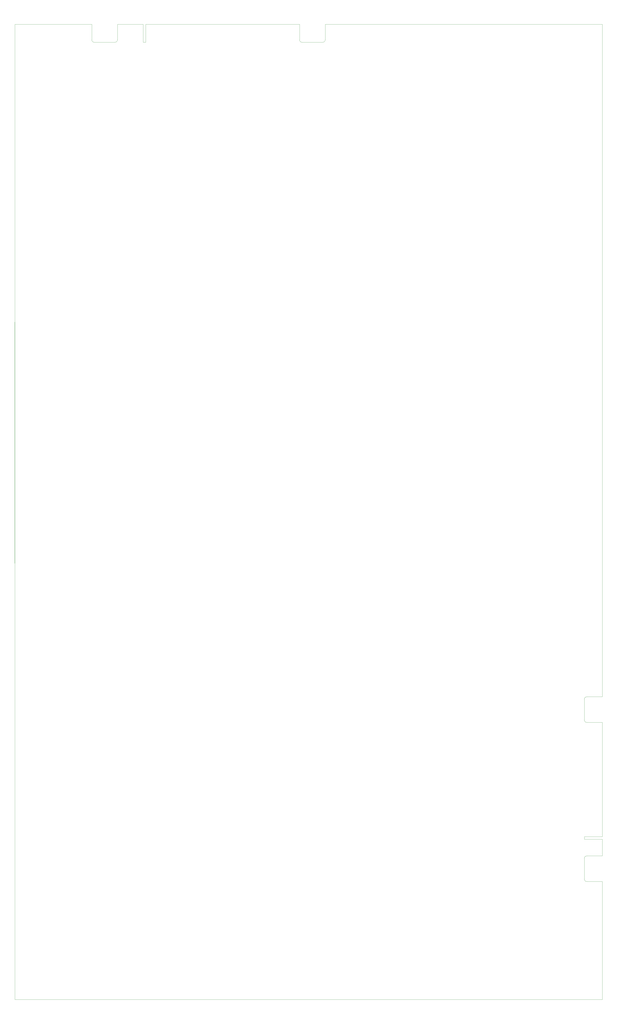
<source format=gm1>
G04 #@! TF.FileFunction,Profile,NP*
%FSLAX46Y46*%
G04 Gerber Fmt 4.6, Leading zero omitted, Abs format (unit mm)*
G04 Created by KiCad (PCBNEW 4.0.7) date 05/04/19 19:07:48*
%MOMM*%
%LPD*%
G01*
G04 APERTURE LIST*
%ADD10C,0.100000*%
%ADD11C,0.002540*%
%ADD12C,0.150000*%
G04 APERTURE END LIST*
D10*
D11*
X317500000Y-422910000D02*
X317500000Y-431165000D01*
X309880000Y-431165000D02*
G75*
G03X308610000Y-432435000I0J-1270000D01*
G01*
X317500000Y-431165000D02*
X309880000Y-431165000D01*
X308610000Y-442595000D02*
X308610000Y-432435000D01*
X308610000Y-442595000D02*
G75*
G03X309880000Y-443865000I1270000J0D01*
G01*
X317500000Y-443865000D02*
X309880000Y-443865000D01*
X317500000Y-502285000D02*
X317500000Y-443865000D01*
X26670000Y-502285000D02*
X317500000Y-502285000D01*
X26670000Y-286385000D02*
X26670000Y-502285000D01*
D12*
X26670000Y-167005000D02*
X26670000Y-286385000D01*
D11*
X26670000Y-104775000D02*
X26670000Y-167005000D01*
X26670000Y-19685000D02*
X26670000Y-104775000D01*
X308610000Y-422910000D02*
X317500000Y-422910000D01*
X308610000Y-421640000D02*
X308610000Y-422910000D01*
X317500000Y-421640000D02*
X308610000Y-421640000D01*
X317500000Y-365125000D02*
X317500000Y-421640000D01*
X309880000Y-365125000D02*
X317500000Y-365125000D01*
X308610000Y-363855000D02*
G75*
G03X309880000Y-365125000I1270000J0D01*
G01*
X308610000Y-353695000D02*
X308610000Y-363855000D01*
X309880000Y-352425000D02*
G75*
G03X308610000Y-353695000I0J-1270000D01*
G01*
X317500000Y-352425000D02*
X309880000Y-352425000D01*
X317500000Y-19685000D02*
X317500000Y-352425000D01*
X180340000Y-19685000D02*
X317500000Y-19685000D01*
X180340000Y-27305000D02*
X180340000Y-19685000D01*
X179070000Y-28575000D02*
G75*
G03X180340000Y-27305000I0J1270000D01*
G01*
X168910000Y-28575000D02*
X179070000Y-28575000D01*
X167640000Y-27305000D02*
G75*
G03X168910000Y-28575000I1270000J0D01*
G01*
X167640000Y-19685000D02*
X167640000Y-27305000D01*
X91440000Y-19685000D02*
X167640000Y-19685000D01*
X91440000Y-28575000D02*
X91440000Y-19685000D01*
X90170000Y-28575000D02*
X91440000Y-28575000D01*
X90170000Y-19685000D02*
X90170000Y-28575000D01*
X77470000Y-19685000D02*
X90170000Y-19685000D01*
X77470000Y-27305000D02*
X77470000Y-19685000D01*
X76200000Y-28575000D02*
G75*
G03X77470000Y-27305000I0J1270000D01*
G01*
X66040000Y-28575000D02*
X76200000Y-28575000D01*
X64770000Y-27305000D02*
G75*
G03X66040000Y-28575000I1270000J0D01*
G01*
X64770000Y-19685000D02*
X64770000Y-27305000D01*
X26670000Y-19685000D02*
X64770000Y-19685000D01*
M02*

</source>
